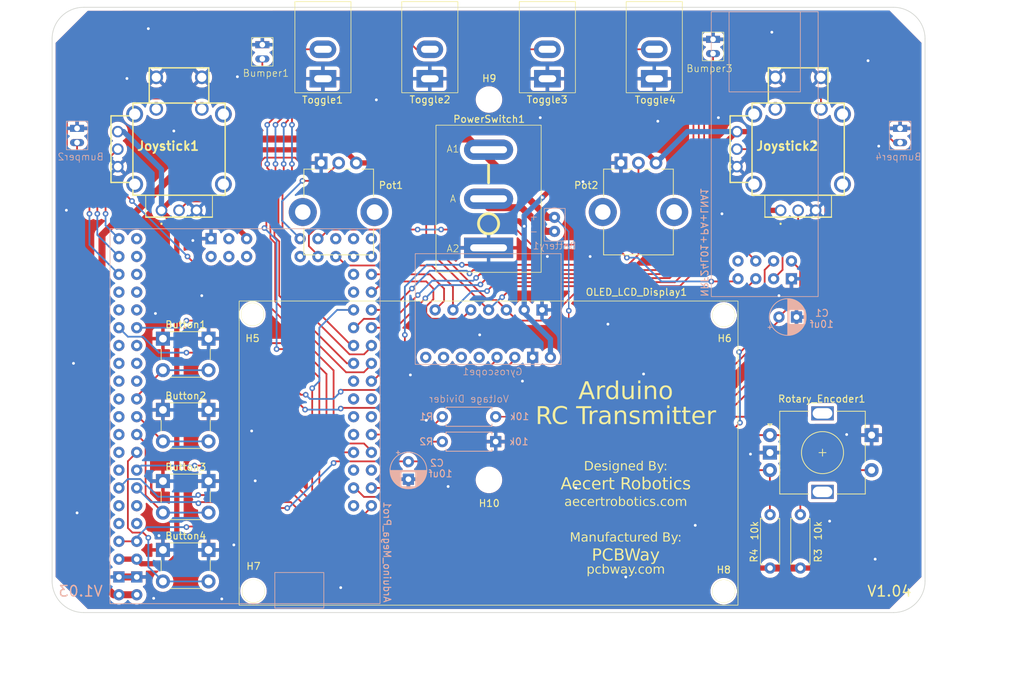
<source format=kicad_pcb>
(kicad_pcb (version 20221018) (generator pcbnew)
  (title_block (title "Arduino RC Transmitter") (date "2023-12-02") (rev "V1.02") (company "Aecert Robotics"))
  (layers (0 "F.Cu" signal) (31 "B.Cu" signal) (34 "B.Paste" user) (35 "F.Paste" user) (36 "B.SilkS" user "B.Silkscreen") (37 "F.SilkS" user "F.Silkscreen") (38 "B.Mask" user) (39 "F.Mask" user) (44 "Edge.Cuts" user))
  (net 0 "")
  (net 1 "/CE")
  (net 2 "GND")
  (net 3 "/3.3v")
  (net 4 "/REF")
  (net 5 "/5v")
  (net 6 "/Rotary Encoder Switch")
  (net 7 "/Left Bumper A")
  (net 8 "/Right Bumper A")
  (net 9 "/Left Bumper B")
  (net 10 "/Right Bumper B")
  (net 11 "/Joy Right Button")
  (net 12 "/Toggle C")
  (net 13 "/Toggle D")
  (net 14 "/Toggle B")
  (net 15 "/Toggle A")
  (net 16 "/Joy Left Button")
  (net 17 "/Button D")
  (net 18 "/Button C")
  (net 19 "/Button B")
  (net 20 "/Button A")
  (net 21 "/Screen CS")
  (net 22 "/Screen RES")
  (net 30 "/Pot Right")
  (net 31 "/Joy Right Y")
  (net 32 "/SCL")
  (net 33 "/SDA")
  (net 34 "/Joy Right X")
  (net 35 "/Pot Left")
  (net 36 "/Joy Left X")
  (net 37 "/Joy Left Y")
  (net 38 "/SCK")
  (net 39 "/MISO")
  (net 40 "/MOSI")
  (net 41 "/NRF CSN")
  (net 42 "/RotaryEncoderB")
  (net 43 "/RotaryEncoderA")
  (net 44 "/Bat+")
  (net 45 "/Bat-")
  (net 46 "/Battery Voltage")
  (footprint "AddedFootprints:SPST Mini Toggle Switch 2 Pin 2 Position" (layer "F.Cu") (at 117.348 68.072 90)
    (fp_text reference "Toggle1")
    (fp_text value "SW_DIP_x01")
  )
  (footprint "Rotary_Encoder:RotaryEncoder_Alps_EC11E-Switch_Vertical_H20mm" (layer "F.Cu") (at 181.08 116.92)
    (fp_text reference "Rotary_Encoder1")
    (fp_text value "EC11E")
  )
  (footprint "MountingHole:MountingHole_3.2mm_M3" (layer "F.Cu") (at 107.306032 99.690751)
    (fp_text reference "H5")
    (fp_text value "MountingHole_Pad")
  )
  (footprint "LOGO" (layer "F.Cu") (at 195.58 97.536)
    (fp_text reference "G***" hide)
    (fp_text value "LOGO" hide)
  )
  (footprint "Resistor_THT:R_Axial_DIN0207_L6.3mm_D2.5mm_P7.62mm_Horizontal" (layer "F.Cu") (at 181.102 135.89 90)
    (fp_text reference "R4")
    (fp_text value "10k")
  )
  (footprint "Button_Switch_THT:SW_PUSH_6mm" (layer "F.Cu") (at 94.54 123.48)
    (fp_text reference "Button3")
    (fp_text value "SW_Push C")
  )
  (footprint "MountingHole:MountingHole_3.2mm_M3" (layer "F.Cu") (at 141.024288 69.04124)
    (fp_text reference "H9")
    (fp_text value "MountingHole_Pad")
  )
  (footprint "AddedFootprints:SPST Mini Toggle Switch 2 Pin 2 Position" (layer "F.Cu") (at 149.352 68.072 90)
    (fp_text reference "Toggle3")
    (fp_text value "SW_DIP_x01")
  )
  (footprint "MountingHole:MountingHole_3.2mm_M3" (layer "F.Cu") (at 107.445778 139.162731)
    (fp_text reference "H7")
    (fp_text value "MountingHole_Pad")
  )
  (footprint "Button_Switch_THT:SW_PUSH_6mm" (layer "F.Cu") (at 94.54 133.3)
    (fp_text reference "Button4")
    (fp_text value "SW_Push D")
  )
  (footprint "Button_Switch_THT:SW_PUSH_6mm" (layer "F.Cu") (at 94.54 113.32)
    (fp_text reference "Button2")
    (fp_text value "SW_Push B")
  )
  (footprint "Button_Switch_THT:SW_PUSH_6mm" (layer "F.Cu") (at 94.54 103.16)
    (fp_text reference "Button1")
    (fp_text value "SW_Push A")
  )
  (footprint "AddedFootprints:Bumper Pads" (layer "F.Cu") (at 108.712 68.326)
    (fp_text reference "Bumper1")
    (fp_text value "SW_Push Left Bumper A")
  )
  (footprint "AddedFootprints:KCD1 Mini Rocker Switch" (layer "F.Cu") (at 140.97 83.2 180)
    (fp_text reference "PowerSwitch1")
    (fp_text value "KCD1 Power Switch")
  )
  (footprint "MountingHole:MountingHole_3.2mm_M3" (layer "F.Cu") (at 174.493637 99.822788)
    (fp_text reference "H6")
    (fp_text value "MountingHole_Pad")
  )
  (footprint "AddedFootprints:SPST Mini Toggle Switch 2 Pin 2 Position" (layer "F.Cu") (at 164.592 68.072 90)
    (fp_text reference "Toggle4")
    (fp_text value "SW_DIP_x01")
  )
  (footprint "Potentiometer_THT:Potentiometer_Bourns_PTV09A-1_Single_Vertical" (layer "F.Cu") (at 117.1 78.09 -90)
    (fp_text reference "Pot1")
    (fp_text value "10k")
  )
  (footprint "AddedFootprints:Bumper Pads" (layer "F.Cu") (at 172.974 67.564)
    (fp_text reference "Bumper3")
    (fp_text value "SW_Push Right Bumper A")
  )
  (footprint "AddedFootprints:SPST Mini Toggle Switch 2 Pin 2 Position" (layer "F.Cu") (at 132.588 68.072 90)
    (fp_text reference "Toggle2")
    (fp_text value "SW_DIP_x01")
  )
  (footprint "Potentiometer_THT:Potentiometer_Bourns_PTV09A-1_Single_Vertical" (layer "F.Cu") (at 159.84 78.09 -90)
    (fp_text reference "Pot2")
    (fp_text value "10k")
  )
  (footprint "Resistor_THT:R_Axial_DIN0207_L6.3mm_D2.5mm_P7.62mm_Horizontal" (layer "F.Cu") (at 185.42 135.89 90)
    (fp_text reference "R3")
    (fp_text value "10k")
  )
  (footprint "AddedFootprints:OLED LCD Display SSD1309" (layer "F.Cu") (at 105.41 97.79)
    (fp_text reference "OLED_LCD_Display1")
    (fp_text value "SSD1309 2.4inch" hide)
  )
  (footprint "MountingHole:MountingHole_3.2mm_M3" (layer "F.Cu") (at 141.018739 123.314035)
    (fp_text reference "H10")
    (fp_text value "MountingHole_Pad")
  )
  (footprint "MountingHole:MountingHole_3.2mm_M3" (layer "F.Cu") (at 174.498151 139.192604)
    (fp_text reference "H8")
    (fp_text value "MountingHole_Pad")
  )
  (footprint "AddedFootprints:THB001P" (layer "F.Cu") (at 94.335 84.85 180)
    (fp_text reference "Joystick1")
    (fp_text value "THB001P Joy Left" hide)
  )
  (footprint "AddedFootprints:THB001P" (layer "F.Cu") (at 182.605 84.85 180)
    (fp_text reference "Joystick2")
    (fp_text value "THB001P Joy Right" hide)
  )
  (footprint "Capacitor_THT:CP_Radial_D5.0mm_P2.50mm" (layer "B.Cu") (at 129.54 120.714888 -90)
    (fp_text reference "C2")
    (fp_text value "10uf")
  )
  (footprint "AddedFootprints:JST Female Connector" (layer "B.Cu") (at 150.368 92.202 180)
    (fp_text reference "Battery1")
    (fp_text value "1.27mm_JST_Connector_1")
  )
  (footprint "AddedFootprints:MPU6050 Gyroscope" (layer "B.Cu") (at 151.313454 106.832523 90)
    (fp_text reference "Gyroscope1")
    (fp_text value "MPU6050 Gyroscope")
  )
  (footprint "Resistor_THT:R_Axial_DIN0207_L6.3mm_D2.5mm_P7.62mm_Horizontal" (layer "B.Cu") (at 141.986 117.856 180)
    (fp_text reference "R2")
    (fp_text value "10k")
  )
  (footprint "AddedFootprints:Arduino Mega Pro" (layer "B.Cu") (at 86.995 140.97)
    (fp_text reference "Arduino_Mega_Pro1")
    (fp_text value "Arduino Mega Pro Mini" hide)
  )
  (footprint "Capacitor_THT:CP_Radial_D5.0mm_P2.50mm" (layer "B.Cu") (at 182.372 100.076)
    (fp_text reference "C1")
    (fp_text value "10uf")
  )
  (footprint "AddedFootprints:NRF24L01+ Antenna" (layer "B.Cu") (at 184.15 94.615 90)
    (fp_text reference "NRF24L01+PA+LNA1" hide)
    (fp_text value "NRF24L01+PA+LNA1")
  )
  (footprint "AddedFootprints:Bumper Pads" (layer "B.Cu") (at 82.296 80.264 180)
    (fp_text reference "Bumper2")
    (fp_text value "SW_Push Left Bumper B")
  )
  (footprint "Resistor_THT:R_Axial_DIN0207_L6.3mm_D2.5mm_P7.62mm_Horizontal" (layer "B.Cu") (at 134.366 114.3)
    (fp_text reference "R1")
    (fp_text value "10k")
  )
  (footprint "AddedFootprints:Bumper Pads" (layer "B.Cu") (at 199.644 80.264 180)
    (fp_text reference "Bumper4")
    (fp_text value "SW_Push Right Bumper B")
  )
  (gr_arc (start 198.7 55.88) (mid 201.881981 57.198019) (end 203.2 60.38) (stroke (width 0.1)) (layer "Edge.Cuts"))
  (gr_line (start 203.2 60.38) (end 203.2 137.74) (stroke (width 0.1)) (layer "Edge.Cuts"))
  (gr_line (start 78.74 137.74) (end 78.74 60.38) (stroke (width 0.1)) (layer "Edge.Cuts"))
  (gr_arc (start 203.2 137.74) (mid 201.881981 140.921981) (end 198.7 142.24) (stroke (width 0.1)) (layer "Edge.Cuts"))
  (gr_arc (start 83.24 142.24) (mid 80.058019 140.921981) (end 78.74 137.74) (stroke (width 0.1)) (layer "Edge.Cuts"))
  (gr_arc (start 78.74 60.38) (mid 80.058019 57.198019) (end 83.24 55.88) (stroke (width 0.1)) (layer "Edge.Cuts"))
  (gr_line (start 198.7 142.24) (end 83.24 142.24) (stroke (width 0.1)) (layer "Edge.Cuts"))
  (gr_line (start 83.24 55.88) (end 198.7 55.88) (stroke (width 0.1)) (layer "Edge.Cuts"))
  (gr_text "V1.03" (at 82.804 139.192) (layer "B.SilkS") (effects (font (size 1.5 1.5) (thickness 0.2)) (justify mirror)))
  (gr_text "Voltage Divider" (at 138.176 111.76) (layer "B.SilkS") (effects (font (size 1 1) (thickness 0.1)) (justify mirror)))
  (gr_text "Aecert Robotics" (at 160.528 123.952) (layer "F.SilkS") (effects (font (size 1.7 1.7) (thickness 0.23))))
  (gr_text "RC Transmitter" (at 160.528 114.3) (layer "F.SilkS") (effects (font (size 2.5 2.5) (thickness 0.25))))
  (gr_text "Manufactured By:" (at 160.528 131.572) (layer "F.SilkS") (effects (font (size 1.3 1.3))))
  (gr_text "pcbway.com" (at 160.528 136.144) (layer "F.SilkS") (effects (font (size 1.3 1.3) (thickness 0.23))))
  (gr_text "Arduino" (at 160.528 110.744) (layer "F.SilkS") (effects (font (size 2.5 2.5) (thickness 0.25))))
  (gr_text "Designed By:" (at 160.528 121.412) (layer "F.SilkS") (effects (font (size 1.3 1.3))))
  (gr_text "PCBWay" (at 160.528 134.112) (layer "F.SilkS") (effects (font (size 1.7 1.7) (thickness 0.23))))
  (gr_text "V1.04" (at 198.12 139.192) (layer "F.SilkS") (effects (font (size 1.5 1.5) (thickness 0.2))))
  (gr_text "aecertrobotics.com" (at 160.528 126.492) (layer "F.SilkS") (effects (font (size 1.3 1.3) (thickness 0.23))))
  (segment (start 173.716581 88.919419) (end 180.994419 88.919419) (width 0.25) (layer "F.Cu") (net 1))
  (segment (start 120.658 92.718) (end 119.38 91.44) (width 0.25) (layer "F.Cu") (net 1))
  (segment (start 135.89 95.758) (end 132.85 92.718) (width 0.25) (layer "F.Cu") (net 1))
  (segment (start 182.88 90.805) (end 182.88 93.345) (width 0.25) (layer "F.Cu") (net 1))
  (segment (start 140.750331 96.3695) (end 142.024831 95.095) (width 0.25) (layer "F.Cu") (net 1))
  (segment (start 182.88 93.345) (end 181.61 94.615) (width 0.25) (layer "F.Cu") (net 1))
  (segment (start 180.994419 88.919419) (end 182.88 90.805) (width 0.25) (layer "F.Cu") (net 1))
  (segment (start 142.024831 95.095) (end 167.541 95.095) (width 0.25) (layer "F.Cu") (net 1))
  (segment (start 135.89 99.06) (end 135.89 95.758) (width 0.25) (layer "F.Cu") (net 1))
  (segment (start 167.541 95.095) (end 173.716581 88.919419) (width 0.25) (layer "F.Cu") (net 1))
  (segment (start 132.85 92.718) (end 120.658 92.718) (width 0.25) (layer "F.Cu") (net 1))
  (via (at 140.750331 96.3695) (size 0.8) (drill 0.4) (layers "F.Cu" "B.Cu") (net 1))
  (segment (start 140.750331 96.3695) (end 138.5805 96.3695) (width 0.25) (layer "B.Cu") (net 1))
  (segment (start 138.5805 96.3695) (end 135.89 99.06) (width 0.25) (layer "B.Cu") (net 1))
  (segment (start 184.912 100.076) (end 184.912 100.262082) (width 0.25) (layer "F.Cu") (net 2))
  (segment (start 88.265 137.16) (end 90.805 137.16) (width 1) (layer "F.Cu") (net 2))
  (via (at 80.772 84.836) (size 0.8) (drill 0.4) (layers "F.Cu" "B.Cu") (net 2))
  (via (at 154.432 80.772) (size 0.8) (drill 0.4) (layers "F.Cu" "B.Cu") (net 2))
  (via (at 155.448 91.44) (size 0.8) (drill 0.4) (layers "F.Cu" "B.Cu") (net 2))
  (via (at 145.796 109.22) (size 0.8) (drill 0.4) (layers "F.Cu" "B.Cu") (net 2))
  (via (at 139.7 102.616) (size 0.8) (drill 0.4) (layers "F.Cu" "B.Cu") (net 2))
  (via (at 163.068 108.204) (size 0.8) (drill 0.4) (layers "F.Cu" "B.Cu") (net 2))
  (via (at 160.528 137.16) (size 0.8) (drill 0.4) (layers "F.Cu" "B.Cu") (net 2))
  (via (at 102.929041 140.295973) (size 0.8) (drill 0.4) (layers "F.Cu" "B.Cu") (net 2))
  (via (at 173.736 71.628) (size 0.8) (drill 0.4) (layers "F.Cu" "B.Cu") (net 2))
  (via (at 129.820556 108.337148) (size 0.8) (drill 0.4) (layers "F.Cu" "B.Cu") (net 2))
  (via (at 182.372 97.028) (size 0.8) (drill 0.4) (layers "F.Cu" "B.Cu") (net 2))
  (via (at 92.456 58.928) (size 0.8) (drill 0.4) (layers "F.Cu" "B.Cu") (net 2))
  (via (at 195.072 63.5) (size 0.8) (drill 0.4) (layers "F.Cu" "B.Cu") (net 2))
  (via (at 105.156 65.786) (size 0.8) (drill 0.4) (layers "F.Cu" "B.Cu") (net 2))
  (via (at 119.888 138.684) (size 0.8) (drill 0.4) (layers "F.Cu" "B.Cu") (net 2))
  (via (at 98.806 89.154) (size 0.8) (drill 0.4) (layers "F.Cu" "B.Cu") (net 2))
  (via (at 107.188 116.332) (size 0.8) (drill 0.4) (layers "F.Cu" "B.Cu") (net 2))
  (via (at 132.08 114.808) (size 0.8) (drill 0.4) (layers "F.Cu" "B.Cu") (net 2))
  (via (at 149.352 91.44) (size 0.8) (drill 0.4) (layers "F.Cu" "B.Cu") (net 2))
  (via (at 178.308 119.634) (size 0.8) (drill 0.4) (layers "F.Cu" "B.Cu") (net 2))
  (via (at 192.024 116.84) (size 0.8) (drill 0.4) (layers "F.Cu" "B.Cu") (net 2))
  (via (at 148.336 71.628) (size 0.8) (drill 0.4) (layers "F.Cu" "B.Cu") (net 2))
  (via (at 107.696 123.444) (size 0.8) (drill 0.4) (layers "F.Cu" "B.Cu") (net 2))
  (via (at 96.092572 73.528443) (size 0.8) (drill 0.4) (layers "F.Cu" "B.Cu") (net 2))
  (via (at 93.218 140.208) (size 0.8) (drill 0.4) (layers "F.Cu" "B.Cu") (net 2))
  (via (at 89.408 66.04) (size 0.8) (drill 0.4) (layers "F.Cu" "B.Cu") (net 2))
  (via (at 104.648 132.588) (size 0.8) (drill 0.4) (layers "F.Cu" "B.Cu") (net 2))
  (via (at 100.076 97.028) (size 0.8) (drill 0.4) (layers "F.Cu" "B.Cu") (net 2))
  (via (at 93.974276 131.266266) (size 0.8) (drill 0.4) (layers "F.Cu" "B.Cu") (net 2))
  (via (at 81.788 106.68) (size 0.8) (drill 0.4) (layers "F.Cu" "B.Cu") (net 2))
  (via (at 135.200919 124.257127) (size 0.8) (drill 0.4) (layers "F.Cu" "B.Cu") (net 2))
  (via (at 93.472 99.568) (size 0.8) (drill 0.4) (layers "F.Cu" "B.Cu") (net 2))
  (via (at 165.1 72.136) (size 0.8) (drill 0.4) (layers "F.Cu" "B.Cu") (net 2))
  (via (at 181.356 59.436) (size 0.8) (drill 0.4) (layers "F.Cu" "B.Cu") (net 2))
  (via (at 196.088 134.62) (size 0.8) (drill 0.4) (layers "F.Cu" "B.Cu") (net 2))
  (via (at 189.59418 129.195269) (size 0.8) (drill 0.4) (layers "F.Cu" "B.Cu") (net 2))
  (via (at 196.596 75.692) (size 0.8) (drill 0.4) (layers "F.Cu" "B.Cu") (net 2))
  (via (at 82.296 128.016) (size 0.8) (drill 0.4) (layers "F.Cu" "B.Cu") (net 2))
  (via (at 124.968 69.088) (size 0.8) (drill 0.4) (layers "F.Cu" "B.Cu") (net 2))
  (via (at 170.434 129.794) (size 0.8) (drill 0.4) (layers "F.Cu" "B.Cu") (net 2))
  (via (at 157.988 101.092) (size 0.8) (drill 0.4) (layers "F.Cu" "B.Cu") (net 2))
  (via (at 174.244 85.344) (size 0.8) (drill 0.4) (layers "F.Cu" "B.Cu") (net 2))
  (via (at 153.416 124.46) (size 0.8) (drill 0.4) (layers "F.Cu" "B.Cu") (net 2))
  (via (at 187.452 75.184) (size 0.8) (drill 0.4) (layers "F.Cu" "B.Cu") (net 2))
  (segment (start 106.819 129.964) (end 109.4535 127.3295) (width 0.25) (layer "F.Cu") (net 3))
  (segment (start 88.265 132.08) (end 90.805 132.08) (width 0.25) (layer "F.Cu") (net 3))
  (segment (start 162.286 120.67) (end 182.372 100.584) (width 0.25) (layer "F.Cu") (net 3))
  (segment (start 185.4 93.325) (end 185.4 97.048) (width 0.25) (layer "F.Cu") (net 3))
  (segment (start 97.973 129.964) (end 106.819 129.964) (width 0.25) (layer "F.Cu") (net 3))
  (segment (start 118.872 120.904) (end 119.106 120.67) (width 0.25) (layer "F.Cu") (net 3))
  (segment (start 97.889 130.048) (end 97.973 129.964) (width 0.25) (layer "F.Cu") (net 3))
  (segment (start 129.350888 121.412) (end 129.54 121.222888) (width 0.25) (layer "F.Cu") (net 3))
  (segment (start 185.4 97.048) (end 182.372 100.076) (width 0.25) (layer "F.Cu") (net 3))
  (segment (start 184.15 92.075) (end 185.4 93.325) (width 0.25) (layer "F.Cu") (net 3))
  (segment (start 182.372 100.584) (end 182.372 100.076) (width 0.25) (layer "F.Cu") (net 3))
  (segment (start 119.106 120.67) (end 162.286 120.67) (width 0.25) (layer "F.Cu") (net 3))
  (segment (start 109.4535 127.3295) (end 112.268 127.3295) (width 0.25) (layer "F.Cu") (net 3))
  (via (at 112.268 127.3295) (size 0.8) (drill 0.4) (layers "F.Cu" "B.Cu") (net 3))
  (via (at 118.872 120.904) (size 0.8) (drill 0.4) (layers "F.Cu" "B.Cu") (net 3))
  (via (at 97.889 130.048) (size 0.8) (drill 0.4) (layers "F.Cu" "B.Cu") (net 3))
  (segment (start 90.805 132.08) (end 90.805 131.512918) (width 0.25) (layer "B.Cu") (net 3))
  (segment (start 90.805 131.512918) (end 92.269918 130.048) (width 0.25) (layer "B.Cu") (net 3))
  (segment (start 112.4465 127.3295) (end 112.268 127.3295) (width 0.25) (layer "B.Cu") (net 3))
  (segment (start 92.269918 130.048) (end 97.889 130.048) (width 0.25) (layer "B.Cu") (net 3))
  (segment (start 118.872 120.904) (end 112.4465 127.3295) (width 0.25) (layer "B.Cu") (net 3))
  (segment (start 90.805 134.62) (end 91.46 135.275) (width 0.75) (layer "F.Cu") (net 5))
  (segment (start 122.1 77.940092) (end 122.1 78.09) (width 0.75) (layer "F.Cu") (net 5))
  (segment (start 97.31 86.645481) (end 96.086494 86.645481) (width 0.75) (layer "F.Cu") (net 5))
  (segment (start 163.099908 76.2) (end 164.84 77.940092) (width 0.75) (layer "F.Cu") (net 5))
  (segment (start 179.324 84.85) (end 182.605 84.85) (width 0.75) (layer "F.Cu") (net 5))
  (segment (start 90.805 134.62) (end 88.265 134.62) (width 0.75) (layer "F.Cu") (net 5))
  (segment (start 106.68 88.9) (end 104.425481 86.645481) (width 0.75) (layer "F.Cu") (net 5))
  (segment (start 179.578 135.89) (end 181.102 135.89) (width 0.75) (layer "F.Cu") (net 5))
  (segment (start 188.552 102.265456) (end 188.552 89.064461) (width 0.75) (layer "F.Cu") (net 5))
  (segment (start 196.398072 119.945) (end 190.50108 119.945) (width 0.75) (layer "F.Cu") (net 5))
  (segment (start 95.357 135.275) (end 178.963 135.275) (width 0.75) (layer "F.Cu") (net 5))
  (segment (start 174.244 79.77) (end 179.324 84.85) (width 0.75) (layer "F.Cu") (net 5))
  (segment (start 188.552 89.064461) (end 190.076 87.540461) (width 0.75) (layer "F.Cu") (net 5))
  (segment (start 182.88 112.32392) (end 182.88 107.937456) (width 0.75) (layer "F.Cu") (net 5))
  (segment (start 190.076 83.396) (end 180.3 73.62) (width 0.75) (layer "F.Cu") (net 5))
  (segment (start 164.84 77.940092) (end 164.84 78.09) (width 0.75) (layer "F.Cu") (net 5))
  (segment (start 174.244 75.706) (end 174.244 79.77) (width 0.75) (layer "F.Cu") (net 5))
  (segment (start 190.50108 119.945) (end 182.88 112.32392) (width 0.75) (layer "F.Cu") (net 5))
  (segment (start 96.086494 86.645481) (end 94.335 84.893987) (width 0.75) (layer "F.Cu") (net 5))
  (segment (start 181.864 135.89) (end 185.42 135.89) (width 1) (layer "F.Cu") (net 5))
  (segment (start 96.5145 134.1175) (end 96.5145 87.666981) (width 0.75) (layer "F.Cu") (net 5))
  (segment (start 148.634307 83.013693) (end 155.448 76.2) (width 0.75) (layer "F.Cu") (net 5))
  (segment (start 97.31 86.645481) (end 97.536 86.645481) (width 0.75) (layer "F.Cu") (net 5))
  (segment (start 128.540634 78.09) (end 136.810634 86.36) (width 0.75) (layer "F.Cu") (net 5))
  (segment (start 185.42 135.89) (end 187.872544 135.89) (width 0.75) (layer "F.Cu") (net 5))
  (segment (start 95.357 135.275) (end 96.5145 134.1175) (width 0.75) (layer "F.Cu") (net 5))
  (segment (start 94.335 84.893987) (end 94.335 84.806013) (width 0.75) (layer "F.Cu") (net 5))
  (segment (start 96.5145 87.666981) (end 97.536 86.645481) (width 0.75) (layer "F.Cu") (net 5))
  (segment (start 181.102 135.89) (end 181.864 135.89) (width 1) (layer "F.Cu") (net 5))
  (segment (start 136.810634 86.36) (end 145.288 86.36) (width 0.75) (layer "F.Cu") (net 5))
  (segment (start 155.448 76.2) (end 163.099908 76.2) (width 0.75) (layer "F.Cu") (net 5))
  (segment (start 91.46 135.275) (end 95.357 135.275) (width 0.75) (layer "F.Cu") (net 5))
  (segment (start 180.3 73.62) (end 176.33 73.62) (width 0.75) (layer "F.Cu") (net 5))
  (segment (start 187.872544 135.89) (end 197.555 126.207544) (width 0.75) (layer "F.Cu") (net 5))
  (segment (start 104.425481 86.645481) (end 97.31 86.645481) (width 0.75) (layer "F.Cu") (net 5))
  (segment (start 120.374908 76.215) (end 122.1 77.940092) (width 0.75) (layer "F.Cu") (net 5))
  (segment (start 145.288 86.36) (end 146.05 87.122) (width 0.75) (layer "F.Cu") (net 5))
  (segment (start 176.33 73.62) (end 174.244 75.706) (width 0.75) (layer "F.Cu") (net 5))
  (segment (start 182.88 107.937456) (end 188.552 102.265456) (width 0.75) (layer "F.Cu") (net 5))
  (segment (start 178.963 135.275) (end 179.578 135.89) (width 0.75) (layer "F.Cu") (net 5))
  (segment (start 102.926013 76.215) (end 120.374908 76.215) (width 0.75) (layer "F.Cu") (net 5))
  (segment (start 197.555 121.101928) (end 196.398072 119.945) (width 0.75) (layer "F.Cu") (net 5))
  (segment (start 197.555 126.207544) (end 197.555 121.101928) (width 0.75) (layer "F.Cu") (net 5))
  (segment (start 122.1 78.09) (end 128.540634 78.09) (width 0.75) (layer "F.Cu") (net 5))
  (segment (start 190.076 87.540461) (end 190.076 83.396) (width 0.75) (layer "F.Cu") (net 5))
  (segment (start 94.335 84.806013) (end 102.926013 76.215) (width 0.75) (layer "F.Cu") (net 5))
  (via (at 148.634307 83.013693) (size 0.8) (drill 0.4) (layers "F.Cu" "B.Cu") (net 5))
  (via (at 146.05 87.122) (size 0.8) (drill 0.4) (layers "F.Cu" "B.Cu") (net 5))
  (segment (start 146.05 85.598) (end 148.634307 83.013693) (width 0.75) (layer "B.Cu") (net 5))
  (segment (start 169.31 73.62) (end 176.375 73.62) (width 0.75) (layer "B.Cu") (net 5))
  (segment (start 94.335 79.025) (end 88.93 73.62) (width 0.75) (layer "B.Cu") (net 5))
  (segment (start 94.335 84.85) (end 94.335 79.025) (width 0.75) (layer "B.Cu") (net 5))
  (segment (start 88.93 73.62) (end 88.105 73.62) (width 0.75) (layer "B.Cu") (net 5))
  (segment (start 149.789454 103.238312) (end 146.05 99.498858) (width 0.75) (layer "B.Cu") (net 5))
  (segment (start 146.05 87.122) (end 146.05 85.598) (width 0.75) (layer "B.Cu") (net 5))
  (segment (start 146.05 99.498858) (end 146.05 99.06) (width 0.75) (layer "B.Cu") (net 5))
  (segment (start 164.84 78.09) (end 169.31 73.62) (width 0.75) (layer "B.Cu") (net 5))
  (segment (start 146.05 87.122) (end 146.05 99.06) (width 0.75) (layer "B.Cu") (net 5))
  (segment (start 149.789454 105.816523) (end 149.789454 103.238312) (width 0.75) (layer "B.Cu") (net 5))
  (segment (start 115.824 110.236) (end 115.824 124.968) (width 0.25) (layer "F.Cu") (net 6))
  (segment (start 120.396 129.54) (end 160.909 129.54) (width 0.25) (layer "F.Cu") (net 6))
  (segment (start 115.824 124.968) (end 120.396 129.54) (width 0.25) (layer "F.Cu") (net 6))
  (segment (start 183.300446 114.3) (end 190.920446 121.92) (width 0.25) (layer "F.Cu") (net 6))
  (segment (start 190.920446 121.92) (end 195.58 121.92) (width 0.25) (layer "F.Cu") (net 6))
  (segment (start 176.149 114.3) (end 183.300446 114.3) (width 0.25) (layer "F.Cu") (net 6))
  (segment (start 160.909 129.54) (end 176.149 114.3) (width 0.25) (layer "F.Cu") (net 6))
  (via (at 115.824 110.236) (size 0.8) (drill 0.4) (layers "F.Cu" "B.Cu") (net 6))
  (segment (start 115.824 110.236) (end 116.84 109.22) (width 0.25) (layer "B.Cu") (net 6))
  (segment (start 116.84 109.22) (end 116.84 101.6) (width 0.25) (layer "B.Cu") (net 6))
  (segment (start 116.84 101.6) (end 119.38 99.06) (width 0.25) (layer "B.Cu") (net 6))
  (segment (start 119.38 99.06) (end 121.92 99.06) (width 0.25) (layer "B.Cu") (net 6))
  (segment (start 80.846 70.284) (end 82.81 68.32) (width 0.25) (layer "F.Cu") (net 7))
  (segment (start 106.432 68.32) (end 108.712 66.04) (width 0.25) (layer "F.Cu") (net 7))
  (segment (start 82.81 68.32) (end 106.432 68.32) (width 0.25) (layer "F.Cu") (net 7))
  (segment (start 84.060994 83.579006) (end 84.074 83.566) (width 0.25) (layer "F.Cu") (net 7))
  (segment (start 84.060994 85.344) (end 84.060994 83.579006) (width 0.25) (layer "F.Cu") (net 7))
  (segment (start 80.846 80.338) (end 80.846 70.284) (width 0.25) (layer "F.Cu") (net 7))
  (segment (start 108.712 66.04) (end 108.712 63.246) (width 0.25) (layer "F.Cu") (net 7))
  (segment (start 84.074 83.566) (end 80.846 80.338) (width 0.25) (layer "F.Cu") (net 7))
  (via (at 84.060994 85.344) (size 0.8) (drill 0.4) (layers "F.Cu" "B.Cu") (net 7))
  (segment (start 84.060994 89.775994) (end 88.265 93.98) (width 0.25) (layer "B.Cu") (net 7))
  (segment (start 84.060994 85.344) (end 84.060994 89.775994) (width 0.25) (layer "B.Cu") (net 7))
  (segment (start 170.18 88.9) (end 170.18 69.088) (width 0.25) (layer "F.Cu") (net 8))
  (segment (start 165.71 93.37) (end 170.18 88.9) (width 0.25) (layer "F.Cu") (net 8))
  (segment (start 172.974 66.294) (end 172.974 62.484) (width 0.25) (layer "F.Cu") (net 8))
  (segment (start 124.46 99.06) (end 127 99.06) (width 0.25) (layer "F.Cu") (net 8))
  (segment (start 170.18 69.088) (end 172.974 66.294) (width 0.25) (layer "F.Cu") (net 8))
  (segment (start 127 99.06) (end 130.048 96.012) (width 0.25) (layer "F.Cu") (net 8))
  (segment (start 138.752841 93.37) (end 165.71 93.37) (width 0.25) (layer "F.Cu") (net 8))
  (segment (start 138.251968 93.870873) (end 138.752841 93.37) (width 0.25) (layer "F.Cu") (net 8))
  (via (at 130.048 96.012) (size 0.8) (drill 0.4) (layers "F.Cu" "B.Cu") (net 8))
  (via (at 138.251968 93.870873) (size 0.8) (drill 0.4) (layers "F.Cu" "B.Cu") (net 8))
  (segment (start 138.251968 93.870873) (end 137.853095 93.472) (width 0.25) (layer "B.Cu") (net 8))
  (segment (start 132.588 93.472) (end 130.048 96.012) (width 0.25) (layer "B.Cu") (net 8))
  (segment (start 137.853095 93.472) (end 132.588 93.472) (width 0.25) (layer "B.Cu") (net 8))
  (segment (start 82.296 80.772) (end 82.296 75.084) (width 0.25) (layer "F.Cu") (net 9))
  (segment (start 85.185497 83.661497) (end 82.296 80.772) (width 0.25) (layer "F.Cu") (net 9))
  (segment (start 85.185497 85.344) (end 85.185497 83.661497) (width 0.25) (layer "F.Cu") (net 9))
  (via (at 85.185497 85.344) (size 0.8) (drill 0.4) (layers "F.Cu" "B.Cu") (net 9))
  (segment (start 85.185497 88.360497) (end 88.265 91.44) (width 0.25) (layer "B.Cu") (net 9))
  (segment (start 85.185497 85.344) (end 85.185497 88.360497) (width 0.25) (layer "B.Cu") (net 9))
  (segment (start 123.182 100.338) (end 121.92 101.6) (width 0.25) (layer "F.Cu") (net 10))
  (segment (start 139.192 94.488) (end 139.735 93.945) (width 0.25) (layer "F.Cu") (net 10))
  (segment (start 127.480098 100.338) (end 123.182 100.338) (width 0.25) (layer "F.Cu") (net 10))
  (segment (start 188.261907 63.293907) (end 193.548 68.58) (width 0.25) (layer "F.Cu") (net 10))
  (segment (start 177.498093 63.293907) (end 188.261907 63.293907) (width 0.25) (layer "F.Cu") (net 10))
  (segment (start 130.87218 96.945918) (end 127.480098 100.338) (width 0.25) (layer "F.Cu") (net 10))
  (segment (start 139.735 93.945) (end 166.151 93.945) (width 0.25) (layer "F.Cu") (net 10))
  (segment (start 198.829802 75.184) (end 199.644 75.184) (width 0.25) (layer "F.Cu") (net 10))
  (segment (start 166.151 93.945) (end 170.942 89.154) (width 0.25) (layer "F.Cu") (net 10))
  (segment (start 193.548 68.58) (end 193.548 69.902198) (width 0.25) (layer "F.Cu") (net 10))
  (segment (start 170.942 69.85) (end 177.498093 63.293907) (width 0.25) (layer "F.Cu") (net 10))
  (segment (start 170.942 89.154) (end 170.942 69.85) (width 0.25) (layer "F.Cu") (net 10))
  (segment (start 193.548 69.902198) (end 198.829802 75.184) (width 0.25) (layer "F.Cu") (net 10))
  (via (at 139.192 94.488) (size 0.8) (drill 0.4) (layers "F.Cu" "B.Cu") (net 10))
  (via (at 130.87218 96.945918) (size 0.8) (drill 0.4) (layers "F.Cu" "B.Cu") (net 10))
  (segment (start 138.785 94.895) (end 132.923098 94.895) (width 0.25) (layer "B.Cu") (net 10))
  (segment (start 139.192 94.488) (end 138.785 94.895) (width 0.25) (layer "B.Cu") (net 10))
  (segment (start 132.923098 94.895) (end 130.87218 96.945918) (width 0.25) (layer "B.Cu") (net 10))
  (segment (start 178.308 64.008) (end 183.388 64.008) (width 0.25) (layer "F.Cu") (net 11))
  (segment (start 188.355 68.975) (end 188.355 70.37) (width 0.25) (layer "F.Cu") (net 11))
  (segment (start 183.388 64.008) (end 188.355 68.975) (width 0.25) (layer "F.Cu") (net 11))
  (segment (start 140.717159 94.52) (end 166.794828 94.52) (width 0.25) (layer "F.Cu") (net 11))
  (segment (start 171.704 70.612) (end 178.308 64.008) (width 0.25) (layer "F.Cu") (net 11))
  (segment (start 127.759952 101.6) (end 124.46 101.6) (width 0.25) (layer "F.Cu") (net 11))
  (segment (start 139.809127 95.428032) (end 140.717159 94.52) (width 0.25) (layer "F.Cu") (net 11))
  (segment (start 166.794828 94.52) (end 171.704 89.610828) (width 0.25) (layer "F.Cu") (net 11))
  (segment (start 171.704 89.610828) (end 171.704 70.612) (width 0.25) (layer "F.Cu") (net 11))
  (segment (start 131.951976 97.407976) (end 127.759952 101.6) (width 0.25) (layer "F.Cu") (net 11))
  (via (at 131.951976 97.407976) (size 0.8) (drill 0.4) (layers "F.Cu" "B.Cu") (net 11))
  (via (at 139.809127 95.428032) (size 0.8) (drill 0.4) (layers "F.Cu" "B.Cu") (net 11))
  (segment (start 139.809127 95.428032) (end 139.717159 95.52) (width 0.25) (layer "B.Cu") (net 11))
  (segment (start 139.717159 95.52) (end 133.839952 95.52) (width 0.25) (layer "B.Cu") (net 11))
  (segment (start 133.839952 95.52) (end 131.951976 97.407976) (width 0.25) (layer "B.Cu") (net 11))
  (segment (start 110.437001 79.323799) (end 110.437 88.607656) (width 0.25) (layer "F.Cu") (net 12))
  (segment (start 111.118 97.021) (end 120.777 106.68) (width 0.25) (layer "F.Cu") (net 12))
  (segment (start 114.3 58.928) (end 143.741 58.928) (width 0.25) (layer "F.Cu") (net 12))
  (segment (start 110.585498 78.233248) (end 110.585498 79.175302) (width 0.25) (layer "F.Cu") (net 12))
  (segment (start 110.437 88.607656) (end 111.118 89.288656) (width 0.25) (layer "F.Cu") (net 12))
  (segment (start 143.741 58.928) (end 146.685 61.872) (width 0.25) (layer "F.Cu") (net 12))
  (segment (start 146.685 61.872) (end 149.352 61.872) (width 0.25) (layer "F.Cu") (net 12))
  (segment (start 120.777 106.68) (end 121.92 106.68) (width 0.25) (layer "F.Cu") (net 12))
  (segment (start 111.76 61.468) (end 114.3 58.928) (width 0.25) (layer "F.Cu") (net 12))
  (segment (start 110.585497 72.644) (end 110.585497 72.616421) (width 0.25) (layer "F.Cu") (net 12))
  (segment (start 111.76 71.441918) (end 111.76 61.468) (width 0.25) (layer "F.Cu") (net 12))
  (segment (start 111.118 89.288656) (end 111.118 97.021) (width 0.25) (layer "F.Cu") (net 12))
  (segment (start 110.585497 72.616421) (end 111.76 71.441918) (width 0.25) (layer "F.Cu") (net 12))
  (segment (start 110.585498 79.175302) (end 110.437001 79.323799) (width 0.25) (layer "F.Cu") (net 12))
  (via (at 110.585497 72.644) (size 0.8) (drill 0.4) (layers "F.Cu" "B.Cu") (net 12))
  (via (at 110.585498 78.233248) (size 0.8) (drill 0.4) (layers "F.Cu" "B.Cu") (net 12))
  (segment (start 110.585497 72.644) (end 110.585498 78.233248) (width 0.25) (layer "B.Cu") (net 12))
  (segment (start 123.182 107.958) (end 124.46 106.68) (width 0.25) (layer "F.Cu") (net 13))
  (segment (start 109.862 88.845828) (end 110.543 89.526828) (width 0.25) (layer "F.Cu") (net 13))
  (segment (start 110.543 97.843) (end 120.658 107.958) (width 0.25) (layer "F.Cu") (net 13))
  (segment (start 120.658 107.958) (end 123.182 107.958) (width 0.25) (layer "F.Cu") (net 13))
  (segment (start 113.792 57.912) (end 157.965 57.912) (width 0.25) (layer "F.Cu") (net 13))
  (segment (start 111.185 60.519) (end 113.792 57.912) (width 0.25) (layer "F.Cu") (net 13))
  (segment (start 109.410996 78.231539) (end 109.410996 78.813972) (width 0.25) (layer "F.Cu") (net 13))
  (segment (start 111.185 70.842415) (end 111.185 60.519) (width 0.25) (layer "F.Cu") (net 13))
  (segment (start 109.411038 72.654093) (end 109.411038 72.616377) (width 0.25) (layer "F.Cu") (net 13))
  (segment (start 161.925 61.872) (end 164.592 61.872) (width 0.25) (layer "F.Cu") (net 13))
  (segment (start 109.410996 78.813972) (end 109.862 79.264975) (width 0.25) (layer "F.Cu") (net 13))
  (segment (start 109.862 79.264975) (end 109.862 88.845828) (width 0.25) (layer "F.Cu") (net 13))
  (segment (start 110.543 89.526828) (end 110.543 97.843) (width 0.25) (layer "F.Cu") (net 13))
  (segment (start 157.965 57.912) (end 161.925 61.872) (width 0.25) (layer "F.Cu") (net 13))
  (segment (start 109.411038 72.616377) (end 111.185 70.842415) (width 0.25) (layer "F.Cu") (net 13))
  (via (at 109.411038 72.654093) (size 0.8) (drill 0.4) (layers "F.Cu" "B.Cu") (net 13))
  (via (at 109.410996 78.231539) (size 0.8) (drill 0.4) (layers "F.Cu" "B.Cu") (net 13))
  (segment (start 109.411038 78.231497) (end 109.411038 72.654093) (width 0.25) (layer "B.Cu") (net 13))
  (segment (start 109.410996 78.231539) (end 109.411038 78.231497) (width 0.25) (layer "B.Cu") (net 13))
  (segment (start 130.683 61.872) (end 132.588 61.872) (width 0.25) (layer "F.Cu") (net 14))
  (segment (start 111.012001 80.28463) (end 111.012 88.369484) (width 0.25) (layer "F.Cu") (net 14))
  (segment (start 111.76 72.644) (end 112.088728 72.315272) (width 0.25) (layer "F.Cu") (net 14))
  (segment (start 112.088728 72.315272) (end 112.088728 72.291918) (width 0.25) (layer "F.Cu") (net 14))
  (segment (start 112.088728 72.291918) (end 112.363728 72.016918) (width 0.25) (layer "F.Cu") (net 14))
  (segment (start 114.808 59.944) (end 128.755 59.944) (width 0.25) (layer "F.Cu") (net 14))
  (segment (start 111.693 95.945) (end 121.15 105.402) (width 0.25) (layer "F.Cu") (net 14))
  (segment (start 111.693 89.050484) (end 111.693 95.945) (width 0.25) (layer "F.Cu") (net 14))
  (segment (start 121.15 105.402) (end 123.198 105.402) (width 0.25) (layer "F.Cu") (net 14))
  (segment (start 112.363728 72.016918) (end 112.363728 62.388272) (width 0.25) (layer "F.Cu") (net 14))
  (segment (start 111.76 79.536631) (end 111.012001 80.28463) (width 0.25) (layer "F.Cu") (net 14))
  (segment (start 111.76 78.232) (end 111.76 79.536631) (width 0.25) (layer "F.Cu") (net 14))
  (segment (start 128.755 59.944) (end 130.683 61.872) (width 0.25) (layer "F.Cu") (net 14))
  (segment (start 112.363728 62.388272) (end 114.808 59.944) (width 0.25) (layer "F.Cu") (net 14))
  (segment (start 111.012 88.369484) (end 111.693 89.050484) (width 0.25) (layer "F.Cu") (net 14))
  (segment (start 123.198 105.402) (end 124.46 104.14) (width 0.25) (layer "F.Cu") (net 14))
  (via (at 111.76 72.644) (size 0.8) (drill 0.4) (layers "F.Cu" "B.Cu") (net 14))
  (via (at 111.76 78.232) (size 0.8) (drill 0.4) (layers "F.Cu" "B.Cu") (net 14))
  (segment (start 111.76 78.232) (end 111.76 72.644) (width 0.25) (layer "B.Cu") (net 14))
  (segment (start 112.934503 79.175301) (end 111.587001 80.522803) (width 0.25) (layer "F.Cu") (net 15))
  (segment (start 112.268 94.996) (end 121.412 104.14) (width 0.25) (layer "F.Cu") (net 15))
  (segment (start 111.587 88.131312) (end 112.268 88.812312) (width 0.25) (layer "F.Cu") (net 15))
  (segment (start 112.934503 78.232) (end 112.934503 79.175301) (width 0.25) (layer "F.Cu") (net 15))
  (segment (start 111.587001 80.522803) (end 111.587 88.131312) (width 0.25) (layer "F.Cu") (net 15))
  (segment (start 112.938728 72.644) (end 112.938728 63.337272) (width 0.25) (layer "F.Cu") (net 15))
  (segment (start 114.404 61.872) (end 117.348 61.872) (width 0.25) (layer "F.Cu") (net 15))
  (segment (start 121.412 104.14) (end 121.92 104.14) (width 0.25) (layer "F.Cu") (net 15))
  (segment (start 112.268 88.812312) (end 112.268 94.996) (width 0.25) (layer "F.Cu") (net 15))
  (segment (start 112.938728 63.337272) (end 114.404 61.872) (width 0.25) (layer "F.Cu") (net 15))
  (via (at 112.938728 72.644) (size 0.8) (drill 0.4) (layers "F.Cu" "B.Cu") (net 15))
  (via (at 112.934503 78.232) (size 0.8) (drill 0.4) (layers "F.Cu" "B.Cu") (net 15))
  (segment (start 112.934503 78.232) (end 112.938728 78.227775) (width 0.25) (layer "B.Cu") (net 15))
  (segment (start 112.938728 78.227775) (end 112.938728 72.644) (width 0.25) (layer "B.Cu") (net 15))
  (segment (start 98.61 68.895) (end 100.085 70.37) (width 0.25) (layer "F.Cu") (net 16))
  (segment (start 86.36 85.344) (end 86.36 82.804) (width 0.25) (layer "F.Cu") (net 16))
  (segment (start 84.836 81.28) (end 84.836 73.152) (width 0.25) (layer "F.Cu") (net 16))
  (segment (start 86.36 82.804) (end 84.836 81.28) (width 0.25) (layer "F.Cu") (net 16))
  (segment (start 89.093 68.895) (end 98.61 68.895) (width 0.25) (layer "F.Cu") (net 16))
  (segment (start 84.836 73.152) (end 89.093 68.895) (width 0.25) (layer "F.Cu") (net 16))
  (via (at 86.36 85.344) (size 0.8) (drill 0.4) (layers "F.Cu" "B.Cu") (net 16))
  (segment (start 86.36 85.344) (end 86.36 86.995) (width 0.25) (layer "B.Cu") (net 16))
  (segment (start 86.36 86.995) (end 88.265 88.9) (width 0.25) (layer "B.Cu") (net 16))
  (segment (start 91.714 130.83) (end 90.19 130.83) (width 0.25) (layer "F.Cu") (net 17))
  (segment (start 92.456 131.572) (end 91.714 130.83) (width 0.25) (layer "F.Cu") (net 17))
  (segment (start 90.19 130.83) (end 89.543 130.183) (width 0.25) (layer "F.Cu") (net 17))
  (segment (start 89.543 130.183) (end 89.543 120.642) (width 0.25) (layer "F.Cu") (net 17))
  (segment (start 89.543 120.642) (end 90.805 119.38) (width 0.25) (layer "F.Cu") (net 17))
  (via (at 92.456 131.572) (size 0.8) (drill 0.4) (layers "F.Cu" "B.Cu") (net 17))
  (segment (start 92.456 131.572) (end 92.456 135.716) (width 0.25) (layer "B.Cu") (net 17))
  (segment (start 94.54 137.8) (end 101.04 137.8) (width 0.25) (layer "B.Cu") (net 17))
  (segment (start 92.456 135.716) (end 94.54 137.8) (width 0.25) (layer "B.Cu") (net 17))
  (segment (start 92.067 125.507) (end 92.067 118.102) (width 0.25) (layer "F.Cu") (net 18))
  (segment (start 94.54 127.98) (end 92.067 125.507) (width 0.25) (layer "F.Cu") (net 18))
  (segment (start 92.067 118.102) (end 90.805 116.84) (width 0.25) (layer "F.Cu") (net 18))
  (segment (start 94.54 127.98) (end 101.04 127.98) (width 0.25) (layer "B.Cu") (net 18))
  (segment (start 91.02 114.3) (end 90.805 114.3) (width 0.25) (layer "F.Cu") (net 19))
  (segment (start 94.54 117.82) (end 91.02 114.3) (width 0.25) (layer "F.Cu") (net 19))
  (segment (start 94.54 117.82) (end 101.04 117.82) (width 0.25) (layer "B.Cu") (net 19))
  (segment (start 90.805 111.395) (end 90.805 111.76) (width 0.25) (layer "F.Cu") (net 20))
  (segment (start 94.54 107.66) (end 90.805 111.395) (width 0.25) (layer "F.Cu") (net 20))
  (segment (start 94.54 107.66) (end 101.04 107.66) (width 0.25) (layer "B.Cu") (net 20))
  (segment (start 134.62 96.012) (end 132.588 93.98) (width 0.25) (layer "F.Cu") (net 21))
  (segment (start 132.588 93.98) (end 124.46 93.98) (width 0.25) (layer "F.Cu") (net 21))
  (segment (start 134.62 97.79) (end 134.62 96.012) (width 0.25) (layer "F.Cu") (net 21))
  (segment (start 133.35 99.06) (end 134.62 97.79) (width 0.25) (layer "F.Cu") (net 21))
  (segment (start 132.08 94.996) (end 125.984 94.996) (width 0.25) (layer "F.Cu") (net 22))
  (segment (start 132.088 98.544038) (end 133.096 97.536038) (width 0.25) (layer "F.Cu") (net 22))
  (segment (start 133.096 97.536038) (end 133.096 96.012) (width 0.25) (layer "F.Cu") (net 22))
  (segment (start 137.168 100.322) (end 132.834038 100.322) (width 0.25) (layer "F.Cu") (net 22))
  (segment (start 132.088 99.575962) (end 132.088 98.544038) (width 0.25) (layer "F.Cu") (net 22))
  (segment (start 132.834038 100.322) (end 132.088 99.575962) (width 0.25) (layer "F.Cu") (net 22))
  (segment (start 138.43 99.06) (end 137.168 100.322) (width 0.25) (layer "F.Cu") (net 22))
  (segment (start 125.984 94.996) (end 124.46 96.52) (width 0.25) (layer "F.Cu") (net 22))
  (segment (start 133.096 96.012) (end 132.08 94.996) (width 0.25) (layer "F.Cu") (net 22))
  (segment (start 162.34 91.152) (end 162.34 78.09) (width 0.25) (layer "F.Cu") (net 30))
  (segment (start 129.032 104.648) (end 124.46 109.22) (width 0.25) (layer "F.Cu") (net 30))
  (segment (start 160.8695 92.6225) (end 162.34 91.152) (width 0.25) (layer "F.Cu") (net 30))
  (segment (start 129.032 102.616) (end 129.032 104.648) (width 0.25) (layer "F.Cu") (net 30))
  (segment (start 137.16 92.6225) (end 160.8695 92.6225) (width 0.25) (layer "F.Cu") (net 30))
  (segment (start 161.84 77.940092) (end 161.84 78.09) (width 0.75) (layer "F.Cu") (net 30))
  (via (at 129.032 102.616) (size 0.8) (drill 0.4) (layers "F.Cu" "B.Cu") (net 30))
  (via (at 137.16 92.6225) (size 0.8) (drill 0.4) (layers "F.Cu" "B.Cu") (net 30))
  (segment (start 129.032 95.755207) (end 129.032 102.616) (width 0.25) (layer "B.Cu") (net 30))
  (segment (start 132.164707 92.6225) (end 129.032 95.755207) (width 0.25) (layer "B.Cu") (net 30))
  (segment (start 137.16 92.6225) (end 132.164707 92.6225) (width 0.25) (layer "B.Cu") (net 30))
  (segment (start 160.274 128.524) (end 187.452 101.346) (width 0.25) (layer "F.Cu") (net 31))
  (segment (start 187.933993 82.990151) (end 185.098151 82.990151) (width 0.25) (layer "F.Cu") (net 31))
  (segment (start 178.228 76.12) (end 176.375 76.12) (width 0.25) (layer "F.Cu") (net 31))
  (segment (start 187.452 88.608827) (end 188.976 87.084827) (width 0.25) (layer "F.Cu") (net 31))
  (segment (start 128.11252 128.524) (end 160.274 128.524) (width 0.25) (layer "F.Cu") (net 31))
  (segment (start 188.976 84.032158) (end 187.933993 82.990151) (width 0.25) (layer "F.Cu") (net 31))
  (segment (start 123.198 125.738) (end 125.32652 125.738) (width 0.25) (layer "F.Cu") (net 31))
  (segment (start 121.92 124.46) (end 123.198 125.738) (width 0.25) (layer "F.Cu") (net 31))
  (segment (start 125.32652 125.738) (end 128.11252 128.524) (width 0.25) (layer "F.Cu") (net 31))
  (segment (start 188.976 87.084827) (end 188.976 84.032158) (width 0.25) (layer "F.Cu") (net 31))
  (segment (start 187.452 101.346) (end 187.452 88.608827) (width 0.25) (layer "F.Cu") (net 31))
  (segment (start 185.098151 82.990151) (end 178.228 76.12) (width 0.25) (layer "F.Cu") (net 31))
  (segment (start 114.808 113.284) (end 106.68 105.156) (width 0.25) (layer "F.Cu") (net 32))
  (segment (start 126.883962 111.114) (end 139.711 111.114) (width 0.25) (layer "F.Cu") (net 32))
  (segment (start 139.711 111.114) (end 144.709454 106.115546) (width 0.25) (layer "F.Cu") (net 32))
  (segment (start 119.888 113.135479) (end 119.985479 113.038) (width 0.25) (layer "F.Cu") (net 32))
  (segment (start 106.68 105.156) (end 97.889 105.156) (width 0.25) (layer "F.Cu") (net 32))
  (segment (start 124.959962 113.038) (end 126.883962 111.114) (width 0.25) (layer "F.Cu") (net 32))
  (segment (start 144.709454 106.115546) (end 144.709454 105.816523) (width 0.25) (layer "F.Cu") (net 32))
  (segment (start 119.985479 113.038) (end 124.959962 113.038) (width 0.25) (layer "F.Cu") (net 32))
  (via (at 97.889 105.156) (size 0.8) (drill 0.4) (layers "F.Cu" "B.Cu") (net 32))
  (via (at 114.808 113.284) (size 0.8) (drill 0.4) (layers "F.Cu" "B.Cu") (net 32))
  (via (at 119.888 113.135479) (size 0.8) (drill 0.4) (layers "F.Cu" "B.Cu") (net 32))
  (segment (start 91.702 102.878) (end 89.543 102.878) (width 0.25) (layer "B.Cu") (net 32))
  (segment (start 89.543 102.878) (end 88.265 101.6) (width 0.25) (layer "B.Cu") (net 32))
  (segment (start 97.889 105.156) (end 93.98 105.156) (width 0.25) (layer "B.Cu") (net 32))
  (segment (start 119.739479 113.284) (end 114.808 113.284) (width 0.25) (layer "B.Cu") (net 32))
  (segment (start 93.98 105.156) (end 91.702 102.878) (width 0.25) (layer "B.Cu") (net 32))
  (segment (start 119.888 113.135479) (end 119.739479 113.284) (width 0.25) (layer "B.Cu") (net 32))
  (segment (start 142.169454 106.115546) (end 142.169454 105.816523) (width 0.25) (layer "F.Cu") (net 33))
  (segment (start 114.900688 111.159312) (end 114.207312 111.159312) (width 0.25) (layer "F.Cu") (net 33))
  (segment (start 120.132888 110.482) (end 137.803 110.482) (width 0.25) (layer "F.Cu") (net 33))
  (segment (start 119.888 110.726888) (end 120.132888 110.482) (width 0.25) (layer "F.Cu") (net 33))
  (segment (start 103.632 100.584) (end 97.889 100.584) (width 0.25) (layer "F.Cu") (net 33))
  (segment (start 137.803 110.482) (end 142.169454 106.115546) (width 0.25) (layer "F.Cu") (net 33))
  (segment (start 114.207312 111.159312) (end 103.632 100.584) (width 0.25) (layer "F.Cu") (net 33))
  (via (at 97.889 100.584) (size 0.8) (drill 0.4) (layers "F.Cu" "B.Cu") (net 33))
  (via (at 114.900688 111.159312) (size 0.8) (drill 0.4) (layers "F.Cu" "B.Cu") (net 33))
  (via (at 119.888 110.726888) (size 0.8) (drill 0.4) (layers "F.Cu" "B.Cu") (net 33))
  (segment (start 115.501376 111.76) (end 114.900688 111.159312) (width 0.25) (layer "B.Cu") (net 33))
  (segment (start 97.889 100.584) (end 96.873 101.6) (width 0.25) (layer "B.Cu") (net 33))
  (segment (start 119.888 110.726888) (end 118.854888 111.76) (width 0.25) (layer "B.Cu") (net 33))
  (segment (start 96.873 101.6) (end 90.805 101.6) (width 0.25) (layer "B.Cu") (net 33))
  (segment (start 118.854888 111.76) (end 115.501376 111.76) (width 0.25) (layer "B.Cu") (net 33))
  (segment (start 185.105 88.585) (end 185.105 84.85) (width 0.25) (layer "F.Cu") (net 34))
  (segment (start 128.554462 127.508) (end 159.893 127.508) (width 0.25) (layer "F.Cu") (net 34))
  (segment (start 125.506462 124.46) (end 128.554462 127.508) (width 0.25) (layer "F.Cu") (net 34))
  (segment (start 124.46 124.46) (end 125.506462 124.46) (width 0.25) (layer "F.Cu") (net 34))
  (segment (start 186.436 89.916) (end 185.105 88.585) (width 0.25) (layer "F.Cu") (net 34))
  (segment (start 159.893 127.508) (end 186.436 100.965) (width 0.25) (layer "F.Cu") (net 34))
  (segment (start 186.436 100.965) (end 186.436 89.916) (width 0.25) (layer "F.Cu") (net 34))
  (segment (start 109.0125 87.376) (end 109.287 87.1015) (width 0.25) (layer "F.Cu") (net 35))
  (segment (start 112.776 104.648) (end 116.84 108.712) (width 0.25) (layer "F.Cu") (net 35))
  (segment (start 108.510996 77.858746) (end 109.038203 77.331539) (width 0.25) (layer "F.Cu") (net 35))
  (segment (start 109.287 87.1015) (end 109.287 79.503148) (width 0.25) (layer "F.Cu") (net 35))
  (segment (start 117.97993 79.71007) (end 119.6 78.09) (width 0.25) (layer "F.Cu") (net 35))
  (segment (start 110.744 104.648) (end 112.776 104.648) (width 0.25) (layer "F.Cu") (net 35))
  (segment (start 109.287 79.503148) (end 108.510996 78.727144) (width 0.25) (layer "F.Cu") (net 35))
  (segment (start 113.370539 77.331539) (end 115.74907 79.71007) (width 0.25) (layer "F.Cu") (net 35))
  (segment (start 108.510996 78.727144) (end 108.510996 77.858746) (width 0.25) (layer "F.Cu") (net 35))
  (segment (start 116.84 108.712) (end 116.84 124.46) (width 0.25) (layer "F.Cu") (net 35))
  (segment (start 116.84 124.46) (end 120.904 128.524) (width 0.25) (layer "F.Cu") (net 35))
  (segment (start 109.038203 77.331539) (end 113.370539 77.331539) (width 0.25) (layer "F.Cu") (net 35))
  (segment (start 122.936 128.524) (end 124.46 127) (width 0.25) (layer "F.Cu") (net 35))
  (segment (start 115.74907 79.71007) (end 117.97993 79.71007) (width 0.25) (layer "F.Cu") (net 35))
  (segment (start 120.904 128.524) (end 122.936 128.524) (width 0.25) (layer "F.Cu") (net 35))
  (via (at 109.0125 87.376) (size 0.8) (drill 0.4) (layers "F.Cu" "B.Cu") (net 35))
  (via (at 110.744 104.648) (size 0.8) (drill 0.4) (layers "F.Cu" "B.Cu") (net 35))
  (segment (start 110.744 104.648) (end 110.744 89.1075) (width 0.25) (layer "B.Cu") (net 35))
  (segment (start 110.744 89.1075) (end 109.0125 87.376) (width 0.25) (layer "B.Cu") (net 35))
  (segment (start 123.198 118.118) (end 124.46 119.38) (width 0.25) (layer "F.Cu") (net 36))
  (segment (start 109.968 98.792) (end 118.872 107.696) (width 0.25) (layer "F.Cu") (net 36))
  (segment (start 96.835 84.85) (end 98.105481 83.579519) (width 0.25) (layer "F.Cu") (net 36))
  (segment (start 118.872 107.696) (end 118.872 116.332) (width 0.25) (layer "F.Cu") (net 36))
  (segment (start 109.968 89.765) (end 109.968 98.792) (width 0.25) (layer "F.Cu") (net 36))
  (segment (start 118.872 116.332) (end 120.658 118.118) (width 0.25) (layer "F.Cu") (net 36))
  (segment (start 120.658 118.118) (end 123.198 118.118) (width 0.25) (layer "F.Cu") (net 36))
  (segment (start 103.782519 83.579519) (end 109.968 89.765) (width 0.25) (layer "F.Cu") (net 36))
  (segment (start 98.105481 83.579519) (end 103.782519 83.579519) (width 0.25) (layer "F.Cu") (net 36))
  (segment (start 102.108 97.95425) (end 107.95175 103.798) (width 0.25) (layer "F.Cu") (net 37))
  (segment (start 117.856 117.093962) (end 120.142038 119.38) (width 0.25) (layer "F.Cu") (net 37))
  (segment (start 86.36 77.865) (end 88.105 76.12) (width 0.25) (layer "F.Cu") (net 37))
  (segment (start 120.142038 119.38) (end 121.92 119.38) (width 0.25) (layer "F.Cu") (net 37))
  (segment (start 117.856 108.204) (end 117.856 117.093962) (width 0.25) (layer "F.Cu") (net 37))
  (segment (start 102.108 95.504) (end 102.108 97.95425) (width 0.25) (layer "F.Cu") (net 37))
  (segment (start 90.125693 83.521693) (end 86.36 79.756) (width 0.25) (layer "F.Cu") (net 37))
  (segment (start 113.45 103.798) (end 117.856 108.204) (width 0.25) (layer "F.Cu") (net 37))
  (segment (start 86.36 79.756) (end 86.36 77.865) (width 0.25) (layer "F.Cu") (net 37))
  (segment (start 98.044 91.44) (end 102.108 95.504) (width 0.25) (layer "F.Cu") (net 37))
  (segment (start 107.95175 103.798) (end 113.45 103.798) (width 0.25) (layer "F.Cu") (net 37))
  (via (at 98.044 91.44) (size 0.8) (drill 0.4) (layers "F.Cu" "B.Cu") (net 37))
  (via (at 90.125693 83.521693) (size 0.8) (drill 0.4) (layers "F.Cu" "B.Cu") (net 37))
  (segment (start 90.125693 83.521693) (end 98.044 91.44) (width 0.25) (layer "B.Cu") (net 37))
  (segment (start 133.35 90.17) (end 140.84493 97.66493) (width 0.25) (layer "F.Cu") (net 38))
  (segment (start 149.351 100.585) (end 145.035 100.585) (width 0.25) (layer "F.Cu") (net 38))
  (segment (start 153.691 96.245) (end 149.351 100.585) (width 0.25) (layer "F.Cu") (net 38))
  (segment (start 142.11493 97.66493) (end 143.51 99.06) (width 0.25) (layer "F.Cu") (net 38))
  (segment (start 179.07 94.615) (end 177.44 96.245) (width 0.25) (layer "F.Cu") (net 38))
  (segment (start 129.54 80.645) (end 133.35 84.455) (width 0.25) (layer "F.Cu") (net 38))
  (segment (start 133.35 84.455) (end 133.35 90.17) (width 0.25) (layer "F.Cu") (net 38))
  (segment (start 177.44 96.245) (end 153.691 96.245) (width 0.25) (layer "F.Cu") (net 38))
  (segment (start 114.427 80.645) (end 129.54 80.645) (width 0.25) (layer "F.Cu") (net 38))
  (segment (start 140.84493 97.66493) (end 142.11493 97.66493) (width 0.25) (layer "F.Cu") (net 38))
  (segment (start 145.035 100.585) (end 143.51 99.06) (width 0.25) (layer "F.Cu") (net 38))
  (via (at 114.427 80.645) (size 0.8) (drill 0.4) (layers "F.Cu" "B.Cu") (net 38))
  (segment (start 111.506 86.306) (end 111.506 83.566) (width 0.25) (layer "B.Cu") (net 38))
  (segment (start 111.506 83.566) (end 114.427 80.645) (width 0.25) (layer "B.Cu") (net 38))
  (segment (start 114.1 88.9) (end 111.506 86.306) (width 0.25) (layer "B.Cu") (net 38))
  (segment (start 118.15 87.59) (end 116.84 88.9) (width 0.25) (layer "F.Cu") (net 39))
  (segment (start 144.927009 87.59) (end 134.1995 87.59) (width 0.25) (layer "F.Cu") (net 39))
  (segment (start 147.081812 89.744803) (end 144.927009 87.59) (width 0.25) (layer "F.Cu") (net 39))
  (segment (start 176.149 94.996) (end 176.53 94.615) (width 0.25) (layer "F.Cu") (net 39))
  (segment (start 130.85 87.59) (end 118.15 87.59) (width 0.25) (layer "F.Cu") (net 39))
  (segment (start 160.689312 91.601312) (end 158.832803 89.744803) (width 0.25) (layer "F.Cu") (net 39))
  (segment (start 172.72 94.996) (end 176.149 94.996) (width 0.25) (layer "F.Cu") (net 39))
  (segment (start 158.832803 89.744803) (end 147.081812 89.744803) (width 0.25) (layer "F.Cu") (net 39))
  (via (at 172.72 94.996) (size 0.8) (drill 0.4) (layers "F.Cu" "B.Cu") (net 39))
  (via (at 130.85 87.59) (size 0.8) (drill 0.4) (layers "F.Cu" "B.Cu") (net 39))
  (via (at 160.689312 91.601312) (size 0.8) (drill 0.4) (layers "F.Cu" "B.Cu") (net 39))
  (via (at 134.1995 87.59) (size 0.8) (drill 0.4) (layers "F.Cu" "B.Cu") (net 39))
  (segment (start 160.689312 91.601312) (end 162.213312 91.601312) (width 0.25) (layer "B.Cu") (net 39))
  (segment (start 134.1995 87.59) (end 130.85 87.59) (width 0.25) (layer "B.Cu") (net 39))
  (segment (start 162.213312 91.601312) (end 165.608 94.996) (width 0.25) (layer "B.Cu") (net 39))
  (segment (start 165.608 94.996) (end 172.72 94.996) (width 0.25) (layer "B.Cu") (net 39))
  (segment (start 115.35 89.95) (end 115.35 88.389346) (width 0.25) (layer "F.Cu") (net 40))
  (segment (start 132.08 90.17) (end 140.97 99.06) (width 0.25) (layer "F.Cu") (net 40))
  (segment (start 144.48456 95.67) (end 168.236 95.67) (width 0.25) (layer "F.Cu") (net 40))
  (segment (start 116.207616 87.54) (end 121.832616 81.915) (width 0.25) (layer "F.Cu") (net 40))
  (segment (start 176.911 89.916) (end 179.07 92.075) (width 0.25) (layer "F.Cu") (net 40))
  (segment (start 116.84 91.44) (end 115.35 89.95) (width 0.25) (layer "F.Cu") (net 40))
  (segment (start 115.35 88.389346) (end 116.199346 87.54) (width 0.25) (layer "F.Cu") (net 40))
  (segment (start 132.08 85.09) (end 132.08 90.17) (width 0.25) (layer "F.Cu") (net 40))
  (segment (start 168.236 95.67) (end 173.99 89.916) (width 0.25) (layer "F.Cu") (net 40))
  (segment (start 116.199346 87.54) (end 116.207616 87.54) (width 0.25) (layer "F.Cu") (net 40))
  (segment (start 142.902968 97.251592) (end 144.48456 95.67) (width 0.25) (layer "F.Cu") (net 40))
  (segment (start 173.99 89.916) (end 176.911 89.916) (width 0.25) (layer "F.Cu") (net 40))
  (segment (start 121.832616 81.915) (end 128.905 81.915) (width 0.25) (layer "F.Cu") (net 40))
  (segment (start 128.905 81.915) (end 132.08 85.09) (width 0.25) (layer "F.Cu") (net 40))
  (via (at 142.902968 97.251592) (size 0.8) (drill 0.4) (layers "F.Cu" "B.Cu") (net 40))
  (segment (start 142.778408 97.251592) (end 140.97 99.06) (width 0.25) (layer "B.Cu") (net 40))
  (segment (start 142.902968 97.251592) (end 142.778408 97.251592) (width 0.25) (layer "B.Cu") (net 40))
  (segment (start 176.691312 105.063312) (end 176.876688 105.063312) (width 0.25) (layer "F.Cu") (net 41))
  (segment (start 176.876688 105.063312) (end 180.34 101.6) (width 0.25) (layer "F.Cu") (net 41))
  (segment (start 119.888 130.556) (end 110.603285 121.271285) (width 0.25) (layer "F.Cu") (net 41))
  (segment (start 180.34 99.076) (end 180.332 99.068) (width 0.25) (layer "F.Cu") (net 41))
  (segment (start 180.332 93.353) (end 181.61 92.075) (width 0.25) (layer "F.Cu") (net 41))
  (segment (start 110.603285 121.271285) (end 99.06 121.271285) (width 0.25) (layer "F.Cu") (net 41))
  (segment (start 180.34 101.6) (end 180.34 99.076) (width 0.25) (layer "F.Cu") (net 41))
  (segment (start 176.651884 115.309965) (end 176.651884 115.316) (width 0.25) (layer "F.Cu") (net 41))
  (segment (start 161.411884 130.556) (end 119.888 130.556) (width 0.25) (layer "F.Cu") (net 41))
  (segment (start 180.332 99.068) (end 180.332 93.353) (width 0.25) (layer "F.Cu") (net 41))
  (segment (start 176.812349 115.1495) (end 176.651884 115.309965) (width 0.25) (layer "F.Cu") (net 41))
  (segment (start 176.651884 115.316) (end 161.411884 130.556) (width 0.25) (layer "F.Cu") (net 41))
  (via (at 176.812349 115.1495) (size 0.8) (drill 0.4) (layers "F.Cu" "B.Cu") (net 41))
  (via (at 176.691312 105.063312) (size 0.8) (drill 0.4) (layers "F.Cu" "B.Cu") (net 41))
  (via (at 99.06 121.271285) (size 0.8) (drill 0.4) (layers "F.Cu" "B.Cu") (net 41))
  (segment (start 99.06 121.271285) (end 91.453715 121.271285) (width 0.25) (layer "B.Cu") (net 41))
  (segment (start 91.453715 121.271285) (end 90.805 121.92) (width 0.25) (layer "B.Cu") (net 41))
  (segment (start 176.812349 105.184349) (end 176.812349 115.1495) (width 0.25) (layer "B.Cu") (net 41))
  (segment (start 176.691312 105.063312) (end 176.812349 105.184349) (width 0.25) (layer "B.Cu") (net 41))
  (segment (start 185.42 119.888) (end 182.452 116.92) (width 0.25) (layer "F.Cu") (net 42))
  (segment (start 99.568 125.476) (end 113.284 125.476) (width 0.25) (layer "F.Cu") (net 42))
  (segment (start 162.052 131.572) (end 176.704 116.92) (width 0.25) (layer "F.Cu") (net 42))
  (segment (start 182.452 116.92) (end 181.08 116.92) (width 0.25) (layer "F.Cu") (net 42))
  (segment (start 113.284 125.476) (end 119.38 131.572) (width 0.25) (layer "F.Cu") (net 42))
  (segment (start 119.38 131.572) (end 162.052 131.572) (width 0.25) (layer "F.Cu") (net 42))
  (segment (start 185.42 128.27) (end 185.42 119.888) (width 0.25) (layer "F.Cu") (net 42))
  (segment (start 176.704 116.92) (end 181.08 116.92) (width 0.25) (layer "F.Cu") (net 42))
  (via (at 99.568 125.476) (size 0.8) (drill 0.4) (layers "F.Cu" "B.Cu") (net 42))
  (segment (start 99.568 125.476) (end 99.322 125.722) (width 0.25) (layer "B.Cu") (net 42))
  (segment (start 99.322 125.722) (end 93.844962 125.722) (width 0.25) (layer "B.Cu") (net 42))
  (segment (start 91.312962 123.19) (end 89.535 123.19) (width 0.25) (layer "B.Cu") (net 42))
  (segment (start 93.844962 125.722) (end 91.312962 123.19) (width 0.25) (layer "B.Cu") (net 42))
  (segment (start 89.535 123.19) (end 88.265 124.46) (width 0.25) (layer "B.Cu") (net 42))
  (segment (start 99.597535 126.650131) (end 99.767666 126.48) (width 0.25) (layer "F.Cu") (net 43))
  (segment (start 112.764 126.48) (end 118.872 132.588) (width 0.25) (layer "F.Cu") (net 43))
  (segment (start 99.767666 126.48) (end 112.764 126.48) (width 0.25) (layer "F.Cu") (net 43))
  (segment (start 181.08 128.248) (end 181.08 121.92) (width 0.25) (layer "F.Cu") (net 43))
  (segment (start 173.228 121.92) (end 181.08 121.92) (width 0.25) (layer "F.Cu") (net 43))
  (segment (start 118.872 132.588) (end 162.56 132.588) (width 0.25) (layer "F.Cu") (net 43))
  (segment (start 181.102 128.27) (end 181.08 128.248) (width 0.25) (layer "F.Cu") (net 43))
  (segment (start 162.56 132.588) (end 173.228 121.92) (width 0.25) (layer "F.Cu") (net 43))
  (via (at 99.597535 126.650131) (size 0.8) (drill 0.4) (layers "F.Cu" "B.Cu") (net 43))
  (segment (start 99.427404 126.48) (end 92.825 126.48) (width 0.25) (layer "B.Cu") (net 43))
  (segment (start 99.597535 126.650131) (end 99.427404 126.48) (width 0.25) (layer "B.Cu") (net 43))
  (segment (start 92.825 126.48) (end 90.805 124.46) (width 0.25) (layer "B.Cu") (net 43))
  (segment (start 87.884 86.36) (end 85.852 88.392) (width 1) (layer "F.Cu") (net 44))
  (segment (start 138.176 74.676) (end 101.092 74.676) (width 1) (layer "F.Cu") (net 44))
  (segment (start 101.092 74.676) (end 89.408 86.36) (width 1) (layer "F.Cu") (net 44))
  (segment (start 152.4 106.9115) (end 145.0115 114.3) (width 0.2) (layer "F.Cu") (net 44))
  (segment (start 87.503 139.7) (end 88.265 139.7) (width 1) (layer "F.Cu") (net 44))
  (segment (start 89.408 86.36) (end 87.884 86.36) (width 1) (layer "F.Cu") (net 44))
  (segment (start 152.4 99.17684) (end 152.4 106.9115) (width 0.2) (layer "F.Cu") (net 44))
  (segment (start 145.0115 114.3) (end 141.986 114.3) (width 0.2) (layer "F.Cu") (net 44))
  (segment (start 88.265 139.7) (end 90.805 139.7) (width 1) (layer "F.Cu") (net 44))
  (segment (start 85.852 88.392) (end 85.852 138.049) (width 1) (layer "F.Cu") (net 44))
  (segment (start 85.852 138.049) (end 87.503 139.7) (width 1) (layer "F.Cu") (net 44))
  (segment (start 149.352 85.852) (end 138.176 74.676) (width 1) (layer "F.Cu") (net 44))
  (segment (start 150.368 85.852) (end 149.352 85.852) (width 1) (layer "F.Cu") (net 44))
  (segment (start 152.40834 99.1685) (end 152.4 99.17684) (width 0.2) (layer "F.Cu") (net 44))
  (via (at 152.40834 99.1685) (size 0.8) (drill 0.4) (layers "F.Cu" "B.Cu") (net 44))
  (segment (start 152.4 87.884) (end 150.368 85.852) (width 0.2) (layer "B.Cu") (net 44))
  (segment (start 152.40834 99.1685) (end 152.4 99.16016) (width 0.2) (layer "B.Cu") (net 44))
  (segment (start 152.4 99.16016) (end 152.4 87.884) (width 0.2) (layer "B.Cu") (net 44))
  (segment (start 145.707258 84.47) (end 140.97 84.47) (width 1) (layer "F.Cu") (net 45))
  (segment (start 150.368 87.852) (end 149.089258 87.852) (width 1) (layer "F.Cu") (net 45))
  (segment (start 149.089258 87.852) (end 145.707258 84.47) (width 1) (layer "F.Cu") (net 45))
  (segment (start 131.826 116.84) (end 124.26 116.84) (width 0.25) (layer "F.Cu") (net 46))
  (segment (start 134.366 114.3) (end 131.826 116.84) (width 0.25) (layer "F.Cu") (net 46))
  (segment (start 134.366 117.856) (end 132.842 117.856) (width 0.25) (layer "F.Cu") (net 46))
  (segment (start 132.842 117.856) (end 131.826 116.84) (width 0.25) (layer "F.Cu") (net 46))
  (zone (net 2) (net_name "GND") (layers "F&B.Cu") (connect_pads (clearance 0.5)) (min_thickness 0.25) (fill yes (thermal_gap 0.5) (thermal_bridge_width 0.5))
    (polygon (pts (xy 198.12 141.732) (xy 202.692 137.16) (xy 202.692 60.96) (xy 198.12 56.33752) (xy 83.82 56.388) (xy 79.248 60.96) (xy 79.248 137.16) (xy 83.82 141.732)))
  )
)
</source>
